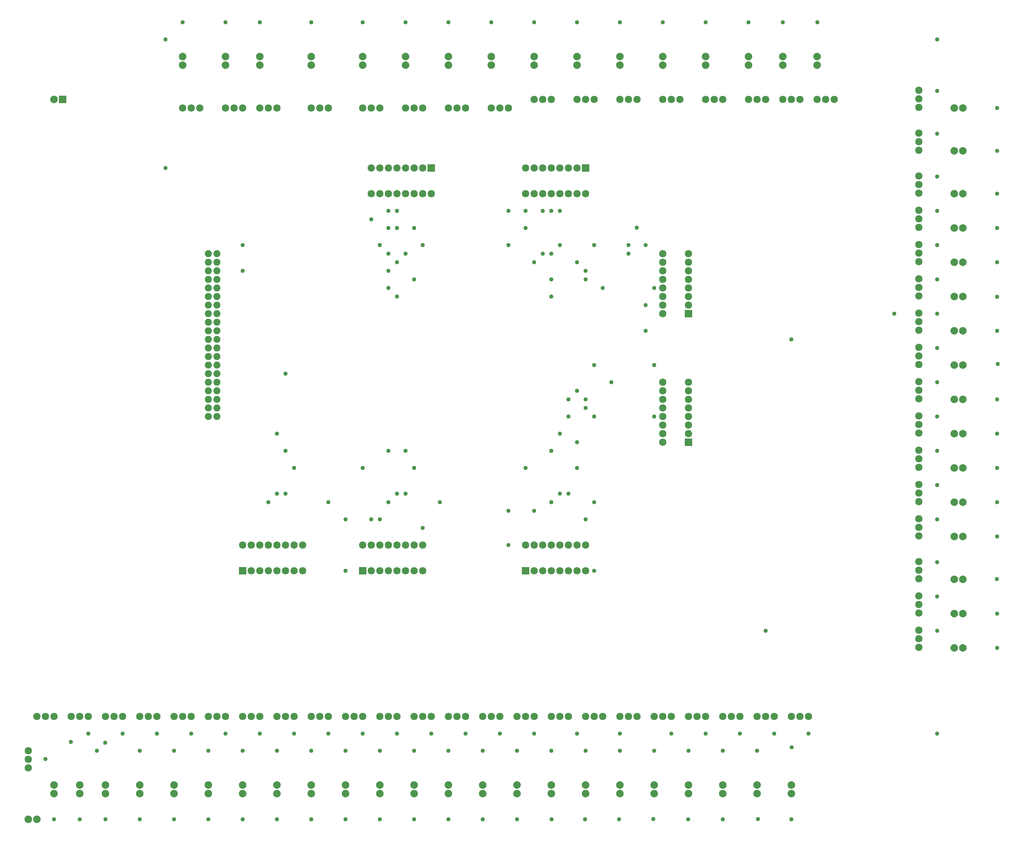
<source format=gbs>
G04 MADE WITH FRITZING*
G04 WWW.FRITZING.ORG*
G04 DOUBLE SIDED*
G04 HOLES PLATED*
G04 CONTOUR ON CENTER OF CONTOUR VECTOR*
%ASAXBY*%
%FSLAX23Y23*%
%MOIN*%
%OFA0B0*%
%SFA1.0B1.0*%
%ADD10C,0.049370*%
%ADD11C,0.085000*%
%ADD12C,0.081889*%
%ADD13C,0.081917*%
%ADD14C,0.088000*%
%ADD15R,0.085000X0.085000*%
%ADD16R,0.088000X0.088000*%
%LNMASK0*%
G90*
G70*
G54D10*
X4844Y9248D03*
X4744Y8948D03*
X4544Y8948D03*
X2844Y9048D03*
X2844Y8748D03*
X4644Y9448D03*
X4644Y9248D03*
X4644Y8848D03*
X4644Y8448D03*
X4544Y9448D03*
X4544Y9248D03*
X4544Y8748D03*
X4544Y8548D03*
X4444Y9048D03*
X4944Y9048D03*
X5944Y9448D03*
X5944Y9048D03*
X6544Y9448D03*
X6544Y9048D03*
X6944Y9048D03*
X7644Y8548D03*
X7044Y8548D03*
X6944Y7648D03*
X7644Y7648D03*
X6944Y7048D03*
X7644Y7048D03*
X6944Y5248D03*
X6444Y6048D03*
X5144Y6048D03*
X6744Y6748D03*
X6744Y6448D03*
X6144Y6448D03*
X4844Y6448D03*
X4244Y6448D03*
X3444Y6448D03*
X4844Y8648D03*
X6444Y9448D03*
X6444Y8448D03*
X6444Y8948D03*
X6444Y8648D03*
X6844Y8648D03*
X6844Y7148D03*
X4644Y6148D03*
X3244Y6148D03*
X6344Y9448D03*
X6344Y8948D03*
X3344Y7548D03*
X3344Y6648D03*
X3344Y6148D03*
X4744Y6648D03*
X4544Y6648D03*
X6644Y7048D03*
X6444Y6648D03*
X6544Y6148D03*
X6644Y6148D03*
X6844Y8748D03*
X6644Y7248D03*
X6844Y7248D03*
X6144Y9448D03*
X6144Y9248D03*
X7442Y9249D03*
X7544Y9048D03*
X7344Y9048D03*
X7544Y8348D03*
X7544Y8048D03*
X6944Y6048D03*
X4544Y6048D03*
X4744Y6148D03*
X4444Y5848D03*
X3144Y6048D03*
X4344Y5848D03*
X4044Y5848D03*
X4044Y5248D03*
X6244Y5948D03*
X5944Y5948D03*
X5944Y5548D03*
G54D11*
X4244Y5248D03*
X4244Y5548D03*
X4344Y5248D03*
X4344Y5548D03*
X4444Y5248D03*
X4444Y5548D03*
X4544Y5248D03*
X4544Y5548D03*
X4644Y5248D03*
X4644Y5548D03*
X4744Y5248D03*
X4744Y5548D03*
X4844Y5248D03*
X4844Y5548D03*
X4944Y5248D03*
X4944Y5548D03*
X6144Y5248D03*
X6144Y5548D03*
X6244Y5248D03*
X6244Y5548D03*
X6344Y5248D03*
X6344Y5548D03*
X6444Y5248D03*
X6444Y5548D03*
X6544Y5248D03*
X6544Y5548D03*
X6644Y5248D03*
X6644Y5548D03*
X6744Y5248D03*
X6744Y5548D03*
X6844Y5248D03*
X6844Y5548D03*
X8044Y6748D03*
X7744Y6748D03*
X8044Y6848D03*
X7744Y6848D03*
X8044Y6948D03*
X7744Y6948D03*
X8044Y7048D03*
X7744Y7048D03*
X8044Y7148D03*
X7744Y7148D03*
X8044Y7248D03*
X7744Y7248D03*
X8044Y7348D03*
X7744Y7348D03*
X8044Y7448D03*
X7744Y7448D03*
X8044Y8248D03*
X7744Y8248D03*
X8044Y8348D03*
X7744Y8348D03*
X8044Y8448D03*
X7744Y8448D03*
X8044Y8548D03*
X7744Y8548D03*
X8044Y8648D03*
X7744Y8648D03*
X8044Y8748D03*
X7744Y8748D03*
X8044Y8848D03*
X7744Y8848D03*
X8044Y8948D03*
X7744Y8948D03*
X6844Y9948D03*
X6844Y9648D03*
X6744Y9948D03*
X6744Y9648D03*
X6644Y9948D03*
X6644Y9648D03*
X6544Y9948D03*
X6544Y9648D03*
X6444Y9948D03*
X6444Y9648D03*
X6344Y9948D03*
X6344Y9648D03*
X6244Y9948D03*
X6244Y9648D03*
X6144Y9948D03*
X6144Y9648D03*
X5044Y9948D03*
X5044Y9648D03*
X4944Y9948D03*
X4944Y9648D03*
X4844Y9948D03*
X4844Y9648D03*
X4744Y9948D03*
X4744Y9648D03*
X4644Y9948D03*
X4644Y9648D03*
X4544Y9948D03*
X4544Y9648D03*
X4444Y9948D03*
X4444Y9648D03*
X4344Y9948D03*
X4344Y9648D03*
G54D10*
X4244Y11648D03*
X8944Y4548D03*
X4344Y9348D03*
X6744Y8848D03*
X7344Y8948D03*
X3244Y6848D03*
X7144Y7448D03*
X6844Y5848D03*
G54D11*
X2844Y5248D03*
X2844Y5548D03*
X2944Y5248D03*
X2944Y5548D03*
X3044Y5248D03*
X3044Y5548D03*
X3144Y5248D03*
X3144Y5548D03*
X3244Y5248D03*
X3244Y5548D03*
X3344Y5248D03*
X3344Y5548D03*
X3444Y5248D03*
X3444Y5548D03*
X3544Y5248D03*
X3544Y5548D03*
G54D10*
X3844Y6048D03*
X4944Y5748D03*
G54D11*
X3244Y3548D03*
X3344Y3548D03*
X3444Y3548D03*
X2444Y3548D03*
X2544Y3548D03*
X2644Y3548D03*
X2044Y3548D03*
X2144Y3548D03*
X2244Y3548D03*
X1644Y3548D03*
X1744Y3548D03*
X1844Y3548D03*
X344Y2948D03*
X344Y3048D03*
X344Y3148D03*
X2844Y3548D03*
X2944Y3548D03*
X3044Y3548D03*
X5244Y3548D03*
X5344Y3548D03*
X5444Y3548D03*
X3644Y3548D03*
X3744Y3548D03*
X3844Y3548D03*
X4044Y3548D03*
X4144Y3548D03*
X4244Y3548D03*
X4844Y3548D03*
X4944Y3548D03*
X5044Y3548D03*
X4444Y3548D03*
X4544Y3548D03*
X4644Y3548D03*
X10733Y9652D03*
X10733Y9752D03*
X10733Y9852D03*
X10733Y9252D03*
X10733Y9352D03*
X10733Y9452D03*
X10733Y8852D03*
X10733Y8952D03*
X10733Y9052D03*
X10733Y8452D03*
X10733Y8552D03*
X10733Y8652D03*
X10733Y8052D03*
X10733Y8152D03*
X10733Y8252D03*
X10733Y7652D03*
X10733Y7752D03*
X10733Y7852D03*
X10733Y7252D03*
X10733Y7352D03*
X10733Y7452D03*
X10733Y6852D03*
X10733Y6952D03*
X10733Y7052D03*
X10733Y10152D03*
X10733Y10252D03*
X10733Y10352D03*
X10733Y10652D03*
X10733Y10752D03*
X10733Y10852D03*
X10733Y6452D03*
X10733Y6552D03*
X10733Y6652D03*
X10733Y6052D03*
X10733Y6152D03*
X10733Y6252D03*
X10733Y5652D03*
X10733Y5752D03*
X10733Y5852D03*
X10733Y5152D03*
X10733Y5252D03*
X10733Y5352D03*
X10733Y4752D03*
X10733Y4852D03*
X10733Y4952D03*
X10733Y4352D03*
X10733Y4452D03*
X10733Y4552D03*
X3044Y10648D03*
X3144Y10648D03*
X3244Y10648D03*
X3644Y10648D03*
X3744Y10648D03*
X3844Y10648D03*
X4744Y10648D03*
X4844Y10648D03*
X4944Y10648D03*
X5244Y10648D03*
X5344Y10648D03*
X5444Y10648D03*
X5744Y10648D03*
X5844Y10648D03*
X5944Y10648D03*
X6244Y10748D03*
X6344Y10748D03*
X6444Y10748D03*
X6744Y10748D03*
X6844Y10748D03*
X6944Y10748D03*
X7244Y10748D03*
X7344Y10748D03*
X7444Y10748D03*
X7744Y10748D03*
X7844Y10748D03*
X7944Y10748D03*
X8244Y10748D03*
X8344Y10748D03*
X8444Y10748D03*
X8744Y10748D03*
X8844Y10748D03*
X8944Y10748D03*
X9144Y10748D03*
X9244Y10748D03*
X9344Y10748D03*
X9544Y10748D03*
X9644Y10748D03*
X9744Y10748D03*
X2644Y10648D03*
X2744Y10648D03*
X2844Y10648D03*
X2144Y10648D03*
X2244Y10648D03*
X2344Y10648D03*
X4244Y10648D03*
X4344Y10648D03*
X4444Y10648D03*
G54D10*
X1944Y9948D03*
X1944Y11448D03*
G54D11*
X5644Y3548D03*
X5744Y3548D03*
X5844Y3548D03*
X1244Y3548D03*
X1344Y3548D03*
X1444Y3548D03*
X9244Y3548D03*
X9344Y3548D03*
X9444Y3548D03*
X8844Y3548D03*
X8944Y3548D03*
X9044Y3548D03*
X6444Y3548D03*
X6544Y3548D03*
X6644Y3548D03*
X6044Y3548D03*
X6144Y3548D03*
X6244Y3548D03*
X7644Y3548D03*
X7744Y3548D03*
X7844Y3548D03*
X6844Y3548D03*
X6944Y3548D03*
X7044Y3548D03*
X7244Y3548D03*
X7344Y3548D03*
X7444Y3548D03*
X8044Y3548D03*
X8144Y3548D03*
X8244Y3548D03*
X8444Y3548D03*
X8544Y3548D03*
X8644Y3548D03*
G54D10*
X10944Y10848D03*
X10944Y10348D03*
X10944Y9848D03*
X10944Y9448D03*
X10944Y9048D03*
X10944Y8648D03*
X10944Y7848D03*
X10944Y8248D03*
X10944Y7448D03*
X10944Y7048D03*
X10944Y6648D03*
X10944Y6248D03*
X10944Y5848D03*
X10944Y11448D03*
X10944Y5348D03*
X10944Y4948D03*
X10944Y4548D03*
X10944Y3348D03*
X9244Y2348D03*
X3244Y3148D03*
X3644Y3148D03*
X4044Y3148D03*
X2844Y3148D03*
X2444Y3148D03*
X1244Y2348D03*
X4444Y3148D03*
X1144Y3148D03*
X2044Y3148D03*
X1644Y3148D03*
X4844Y3148D03*
X7644Y3148D03*
X8044Y3148D03*
X8844Y3148D03*
X8444Y3148D03*
X7244Y3148D03*
X5244Y3148D03*
X6044Y3148D03*
X5644Y3148D03*
X6444Y3148D03*
X6844Y3148D03*
X9444Y3348D03*
X8644Y3348D03*
X8244Y3348D03*
X7244Y3348D03*
X6744Y3348D03*
X5844Y3348D03*
X3444Y3348D03*
X2644Y3348D03*
X2244Y3348D03*
X1844Y3348D03*
X1444Y3348D03*
X4644Y3348D03*
X5044Y3348D03*
X5444Y3348D03*
X6244Y3348D03*
X7844Y3348D03*
X9044Y3348D03*
X6244Y8848D03*
X6744Y7348D03*
X6544Y6848D03*
G54D12*
X2444Y8948D03*
X2444Y8848D03*
X2444Y8748D03*
X2444Y8648D03*
G54D13*
X2444Y8548D03*
G54D12*
X2444Y8448D03*
X2444Y8348D03*
X2444Y8248D03*
X2444Y8148D03*
G54D13*
X2444Y8048D03*
G54D12*
X2444Y7948D03*
G54D13*
X2444Y7848D03*
G54D12*
X2444Y7748D03*
X2444Y7648D03*
X2444Y7548D03*
X2444Y7448D03*
G54D13*
X2444Y7348D03*
G54D12*
X2444Y7248D03*
X2444Y7148D03*
X2444Y7048D03*
X2544Y7048D03*
X2544Y7148D03*
X2544Y7248D03*
G54D13*
X2544Y7348D03*
G54D12*
X2544Y7448D03*
X2544Y7548D03*
X2544Y7648D03*
X2544Y7748D03*
G54D13*
X2544Y7848D03*
G54D12*
X2544Y7948D03*
G54D13*
X2544Y8048D03*
G54D12*
X2544Y8148D03*
X2544Y8248D03*
X2544Y8348D03*
X2544Y8448D03*
G54D13*
X2544Y8548D03*
G54D12*
X2544Y8648D03*
X2544Y8748D03*
X2544Y8848D03*
X2544Y8948D03*
G54D11*
X444Y3548D03*
X544Y3548D03*
X644Y3548D03*
X844Y3548D03*
X944Y3548D03*
X1044Y3548D03*
G54D10*
X1044Y3348D03*
X4244Y3348D03*
X3844Y3348D03*
X3044Y3348D03*
G54D14*
X744Y10748D03*
X644Y10748D03*
G54D10*
X2144Y11648D03*
X9244Y7948D03*
X10444Y8248D03*
X7744Y11648D03*
X8744Y11648D03*
X8244Y11648D03*
X11644Y4348D03*
X7244Y11648D03*
X11644Y10648D03*
X9144Y11648D03*
X2644Y11648D03*
X3044Y11648D03*
X3644Y11648D03*
X6744Y11648D03*
X6244Y11648D03*
X5744Y11648D03*
X4744Y11648D03*
X5244Y11648D03*
G54D14*
X344Y2348D03*
X444Y2348D03*
X9544Y11248D03*
X9544Y11148D03*
X11144Y10648D03*
X11244Y10648D03*
X11144Y10148D03*
X11244Y10148D03*
X11144Y9648D03*
X11244Y9648D03*
X11144Y9248D03*
X11244Y9248D03*
X9144Y11248D03*
X9144Y11148D03*
X8744Y11248D03*
X8744Y11148D03*
X6244Y11248D03*
X6244Y11148D03*
X11144Y8848D03*
X11244Y8848D03*
X6744Y11248D03*
X6744Y11148D03*
X7744Y11248D03*
X7744Y11148D03*
X8244Y11248D03*
X8244Y11148D03*
X7244Y11248D03*
X7244Y11148D03*
X11144Y4748D03*
X11244Y4748D03*
X11144Y5148D03*
X11244Y5148D03*
X11144Y8448D03*
X11244Y8448D03*
X5744Y11248D03*
X5744Y11148D03*
X9244Y2748D03*
X9244Y2648D03*
X944Y2748D03*
X944Y2648D03*
X11144Y4348D03*
X11244Y4348D03*
X11144Y5648D03*
X11244Y5648D03*
X11144Y8048D03*
X11244Y8048D03*
X11144Y6448D03*
X11244Y6448D03*
X11144Y7648D03*
X11244Y7648D03*
X11144Y6848D03*
X11244Y6848D03*
X11144Y6048D03*
X11244Y6048D03*
X11144Y7248D03*
X11244Y7248D03*
X5644Y2748D03*
X5644Y2648D03*
X4844Y2748D03*
X4844Y2648D03*
X6044Y2748D03*
X6044Y2648D03*
X3644Y2748D03*
X3644Y2648D03*
X4444Y2748D03*
X4444Y2648D03*
X5244Y2748D03*
X5244Y2648D03*
X4044Y2748D03*
X4044Y2648D03*
X3244Y2748D03*
X3244Y2648D03*
X644Y2748D03*
X644Y2648D03*
X2844Y2748D03*
X2844Y2648D03*
X1244Y2748D03*
X1244Y2648D03*
X2044Y2748D03*
X2044Y2648D03*
X2444Y2748D03*
X2444Y2648D03*
X1644Y2748D03*
X1644Y2648D03*
X5244Y11248D03*
X5244Y11148D03*
X2144Y11248D03*
X2144Y11148D03*
X4744Y11248D03*
X4744Y11148D03*
X2644Y11248D03*
X2644Y11148D03*
X3644Y11248D03*
X3644Y11148D03*
X4244Y11248D03*
X4244Y11148D03*
X3044Y11248D03*
X3044Y11148D03*
X8844Y2748D03*
X8844Y2648D03*
X6444Y2748D03*
X6444Y2648D03*
X8444Y2748D03*
X8444Y2648D03*
X6844Y2748D03*
X6844Y2648D03*
X7644Y2748D03*
X7644Y2648D03*
X8044Y2748D03*
X8044Y2648D03*
X7244Y2748D03*
X7244Y2648D03*
G54D10*
X9548Y11645D03*
X11644Y10148D03*
X11644Y9648D03*
X11644Y9248D03*
X11644Y8848D03*
X11646Y8443D03*
X11644Y8048D03*
X11651Y7659D03*
X11644Y7248D03*
X11644Y6848D03*
X11644Y6448D03*
X11644Y6048D03*
X11644Y5648D03*
X11644Y4748D03*
X11643Y5151D03*
X8854Y2350D03*
X8444Y2348D03*
X8042Y2346D03*
X644Y2346D03*
X1644Y2348D03*
X2044Y2348D03*
X2444Y2348D03*
X2844Y2348D03*
X3244Y2348D03*
X3644Y2348D03*
X4044Y2348D03*
X4444Y2348D03*
X4844Y2348D03*
X5244Y2348D03*
X5644Y2348D03*
X6044Y2348D03*
X6450Y2346D03*
X6838Y2346D03*
X7234Y2346D03*
X7634Y2350D03*
X944Y2348D03*
X544Y3049D03*
X843Y3250D03*
X1242Y3240D03*
X9248Y3187D03*
G54D15*
X4244Y5248D03*
X6144Y5248D03*
X8044Y6748D03*
X8044Y8248D03*
X6844Y9948D03*
X5044Y9948D03*
X2844Y5248D03*
G54D16*
X744Y10748D03*
G04 End of Mask0*
M02*
</source>
